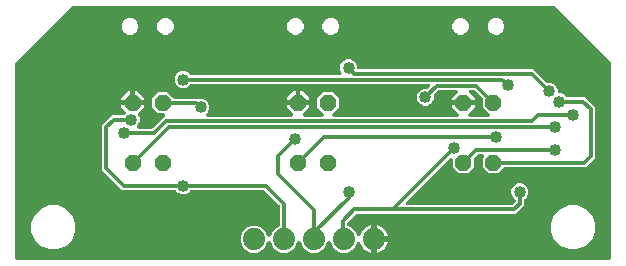
<source format=gbr>
G04 EAGLE Gerber RS-274X export*
G75*
%MOMM*%
%FSLAX34Y34*%
%LPD*%
%INBottom Copper*%
%IPPOS*%
%AMOC8*
5,1,8,0,0,1.08239X$1,22.5*%
G01*
%ADD10C,1.879600*%
%ADD11P,1.525737X8X202.500000*%
%ADD12C,1.016000*%
%ADD13C,0.304800*%

G36*
X505962Y2544D02*
X505962Y2544D01*
X505988Y2542D01*
X506135Y2564D01*
X506282Y2581D01*
X506307Y2589D01*
X506333Y2593D01*
X506471Y2648D01*
X506610Y2698D01*
X506632Y2712D01*
X506657Y2722D01*
X506778Y2807D01*
X506903Y2887D01*
X506921Y2906D01*
X506943Y2921D01*
X507042Y3031D01*
X507145Y3138D01*
X507159Y3160D01*
X507176Y3180D01*
X507248Y3310D01*
X507324Y3437D01*
X507332Y3462D01*
X507345Y3485D01*
X507385Y3628D01*
X507430Y3769D01*
X507432Y3795D01*
X507440Y3820D01*
X507459Y4064D01*
X507459Y168317D01*
X507445Y168442D01*
X507438Y168568D01*
X507425Y168615D01*
X507419Y168663D01*
X507377Y168782D01*
X507342Y168903D01*
X507318Y168945D01*
X507302Y168991D01*
X507233Y169097D01*
X507172Y169207D01*
X507132Y169254D01*
X507113Y169284D01*
X507078Y169317D01*
X507013Y169394D01*
X459394Y217013D01*
X459295Y217092D01*
X459201Y217176D01*
X459159Y217200D01*
X459121Y217230D01*
X459007Y217284D01*
X458896Y217345D01*
X458849Y217358D01*
X458806Y217379D01*
X458682Y217405D01*
X458560Y217440D01*
X458500Y217445D01*
X458465Y217452D01*
X458417Y217451D01*
X458317Y217459D01*
X51683Y217459D01*
X51558Y217445D01*
X51432Y217438D01*
X51385Y217425D01*
X51337Y217419D01*
X51218Y217377D01*
X51097Y217342D01*
X51055Y217318D01*
X51009Y217302D01*
X50903Y217233D01*
X50793Y217172D01*
X50746Y217132D01*
X50716Y217113D01*
X50683Y217078D01*
X50606Y217013D01*
X2987Y169394D01*
X2908Y169295D01*
X2824Y169201D01*
X2800Y169159D01*
X2770Y169121D01*
X2716Y169007D01*
X2655Y168896D01*
X2642Y168849D01*
X2621Y168806D01*
X2595Y168682D01*
X2560Y168560D01*
X2555Y168500D01*
X2548Y168465D01*
X2549Y168417D01*
X2541Y168317D01*
X2541Y4064D01*
X2544Y4038D01*
X2542Y4012D01*
X2564Y3865D01*
X2581Y3718D01*
X2589Y3693D01*
X2593Y3667D01*
X2648Y3529D01*
X2698Y3390D01*
X2712Y3368D01*
X2722Y3343D01*
X2807Y3222D01*
X2887Y3097D01*
X2906Y3079D01*
X2921Y3057D01*
X3031Y2958D01*
X3138Y2855D01*
X3160Y2841D01*
X3180Y2824D01*
X3310Y2752D01*
X3437Y2676D01*
X3462Y2668D01*
X3485Y2655D01*
X3628Y2615D01*
X3769Y2570D01*
X3795Y2568D01*
X3820Y2560D01*
X4064Y2541D01*
X505936Y2541D01*
X505962Y2544D01*
G37*
%LPC*%
G36*
X303804Y8355D02*
X303804Y8355D01*
X302017Y8936D01*
X300343Y9789D01*
X298822Y10894D01*
X297494Y12222D01*
X296389Y13743D01*
X295536Y15417D01*
X295114Y16715D01*
X295048Y16859D01*
X294984Y17007D01*
X294975Y17019D01*
X294969Y17032D01*
X294872Y17157D01*
X294776Y17287D01*
X294765Y17296D01*
X294756Y17308D01*
X294633Y17408D01*
X294510Y17512D01*
X294497Y17518D01*
X294486Y17528D01*
X294343Y17597D01*
X294200Y17671D01*
X294186Y17674D01*
X294173Y17681D01*
X294017Y17716D01*
X293862Y17755D01*
X293847Y17755D01*
X293833Y17758D01*
X293673Y17758D01*
X293513Y17760D01*
X293499Y17757D01*
X293485Y17757D01*
X293330Y17720D01*
X293173Y17686D01*
X293160Y17679D01*
X293146Y17676D01*
X293002Y17604D01*
X292858Y17536D01*
X292847Y17527D01*
X292834Y17520D01*
X292710Y17418D01*
X292586Y17318D01*
X292577Y17307D01*
X292565Y17298D01*
X292468Y17170D01*
X292370Y17045D01*
X292362Y17029D01*
X292355Y17020D01*
X292339Y16985D01*
X292258Y16827D01*
X290890Y13525D01*
X287675Y10310D01*
X283474Y8569D01*
X278926Y8569D01*
X274725Y10310D01*
X271510Y13525D01*
X269907Y17393D01*
X269859Y17481D01*
X269818Y17573D01*
X269774Y17633D01*
X269738Y17698D01*
X269671Y17772D01*
X269611Y17853D01*
X269554Y17901D01*
X269504Y17956D01*
X269421Y18013D01*
X269345Y18078D01*
X269278Y18112D01*
X269217Y18154D01*
X269124Y18191D01*
X269034Y18237D01*
X268962Y18255D01*
X268893Y18282D01*
X268794Y18296D01*
X268696Y18321D01*
X268622Y18322D01*
X268548Y18333D01*
X268448Y18324D01*
X268348Y18326D01*
X268275Y18310D01*
X268201Y18304D01*
X268105Y18273D01*
X268007Y18251D01*
X267940Y18220D01*
X267869Y18197D01*
X267783Y18145D01*
X267692Y18102D01*
X267634Y18055D01*
X267571Y18017D01*
X267499Y17947D01*
X267420Y17884D01*
X267374Y17826D01*
X267321Y17774D01*
X267266Y17690D01*
X267204Y17611D01*
X267158Y17521D01*
X267132Y17481D01*
X267120Y17447D01*
X267093Y17393D01*
X265490Y13525D01*
X262275Y10310D01*
X258074Y8569D01*
X253526Y8569D01*
X249325Y10310D01*
X246110Y13525D01*
X244507Y17393D01*
X244459Y17481D01*
X244418Y17573D01*
X244374Y17633D01*
X244338Y17698D01*
X244271Y17772D01*
X244211Y17853D01*
X244154Y17901D01*
X244104Y17956D01*
X244021Y18013D01*
X243945Y18078D01*
X243878Y18112D01*
X243817Y18154D01*
X243724Y18191D01*
X243634Y18237D01*
X243562Y18255D01*
X243493Y18282D01*
X243394Y18296D01*
X243296Y18321D01*
X243222Y18322D01*
X243148Y18333D01*
X243048Y18324D01*
X242948Y18326D01*
X242875Y18310D01*
X242801Y18304D01*
X242705Y18273D01*
X242607Y18251D01*
X242540Y18220D01*
X242469Y18197D01*
X242383Y18145D01*
X242292Y18102D01*
X242234Y18055D01*
X242171Y18017D01*
X242099Y17947D01*
X242020Y17884D01*
X241974Y17826D01*
X241921Y17774D01*
X241866Y17690D01*
X241804Y17611D01*
X241758Y17521D01*
X241732Y17481D01*
X241720Y17447D01*
X241693Y17393D01*
X240090Y13525D01*
X236875Y10310D01*
X232674Y8569D01*
X228126Y8569D01*
X223925Y10310D01*
X220710Y13525D01*
X219107Y17393D01*
X219059Y17481D01*
X219018Y17573D01*
X218974Y17633D01*
X218938Y17698D01*
X218871Y17772D01*
X218811Y17853D01*
X218754Y17901D01*
X218704Y17956D01*
X218621Y18013D01*
X218545Y18078D01*
X218478Y18112D01*
X218417Y18154D01*
X218324Y18191D01*
X218234Y18237D01*
X218162Y18255D01*
X218093Y18282D01*
X217994Y18296D01*
X217896Y18321D01*
X217822Y18322D01*
X217748Y18333D01*
X217648Y18324D01*
X217548Y18326D01*
X217475Y18310D01*
X217401Y18304D01*
X217305Y18273D01*
X217207Y18251D01*
X217140Y18220D01*
X217069Y18197D01*
X216983Y18145D01*
X216892Y18102D01*
X216834Y18055D01*
X216771Y18017D01*
X216699Y17947D01*
X216620Y17884D01*
X216574Y17826D01*
X216521Y17774D01*
X216466Y17690D01*
X216404Y17611D01*
X216358Y17521D01*
X216332Y17481D01*
X216320Y17447D01*
X216293Y17393D01*
X214690Y13525D01*
X211475Y10310D01*
X207274Y8569D01*
X202726Y8569D01*
X198525Y10310D01*
X195310Y13525D01*
X193569Y17726D01*
X193569Y22274D01*
X195310Y26475D01*
X198525Y29690D01*
X202726Y31431D01*
X207274Y31431D01*
X211475Y29690D01*
X214690Y26475D01*
X216293Y22607D01*
X216341Y22519D01*
X216381Y22427D01*
X216426Y22367D01*
X216462Y22302D01*
X216530Y22228D01*
X216589Y22147D01*
X216646Y22099D01*
X216696Y22044D01*
X216779Y21987D01*
X216855Y21922D01*
X216922Y21888D01*
X216983Y21846D01*
X217076Y21809D01*
X217166Y21763D01*
X217238Y21745D01*
X217307Y21718D01*
X217406Y21704D01*
X217504Y21679D01*
X217578Y21678D01*
X217652Y21667D01*
X217752Y21676D01*
X217852Y21674D01*
X217925Y21690D01*
X217999Y21696D01*
X218095Y21727D01*
X218193Y21749D01*
X218260Y21780D01*
X218331Y21803D01*
X218417Y21855D01*
X218508Y21898D01*
X218566Y21945D01*
X218629Y21983D01*
X218702Y22053D01*
X218780Y22116D01*
X218826Y22174D01*
X218879Y22226D01*
X218934Y22310D01*
X218996Y22389D01*
X219042Y22479D01*
X219068Y22519D01*
X219080Y22553D01*
X219107Y22607D01*
X220710Y26475D01*
X223925Y29690D01*
X225903Y30510D01*
X225970Y30547D01*
X226041Y30575D01*
X226122Y30631D01*
X226208Y30679D01*
X226264Y30730D01*
X226327Y30774D01*
X226393Y30847D01*
X226466Y30913D01*
X226509Y30976D01*
X226560Y31033D01*
X226608Y31119D01*
X226664Y31200D01*
X226692Y31271D01*
X226729Y31338D01*
X226756Y31433D01*
X226792Y31524D01*
X226803Y31600D01*
X226824Y31673D01*
X226836Y31822D01*
X226843Y31869D01*
X226841Y31888D01*
X226843Y31917D01*
X226843Y47496D01*
X226829Y47621D01*
X226822Y47748D01*
X226809Y47794D01*
X226803Y47842D01*
X226761Y47961D01*
X226726Y48082D01*
X226702Y48125D01*
X226686Y48170D01*
X226617Y48276D01*
X226556Y48387D01*
X226516Y48433D01*
X226497Y48463D01*
X226462Y48496D01*
X226397Y48573D01*
X213973Y60997D01*
X213874Y61076D01*
X213780Y61160D01*
X213738Y61184D01*
X213700Y61214D01*
X213586Y61268D01*
X213475Y61329D01*
X213428Y61342D01*
X213385Y61363D01*
X213261Y61389D01*
X213140Y61424D01*
X213079Y61429D01*
X213044Y61436D01*
X212996Y61435D01*
X212896Y61443D01*
X152133Y61443D01*
X152008Y61429D01*
X151881Y61422D01*
X151835Y61409D01*
X151787Y61403D01*
X151668Y61361D01*
X151546Y61326D01*
X151504Y61302D01*
X151459Y61286D01*
X151353Y61217D01*
X151242Y61156D01*
X151196Y61116D01*
X151166Y61097D01*
X151132Y61062D01*
X151056Y60997D01*
X149029Y58970D01*
X146415Y57887D01*
X143585Y57887D01*
X140971Y58970D01*
X138944Y60997D01*
X138845Y61076D01*
X138751Y61160D01*
X138709Y61184D01*
X138671Y61214D01*
X138557Y61268D01*
X138446Y61329D01*
X138400Y61342D01*
X138356Y61363D01*
X138232Y61389D01*
X138111Y61424D01*
X138050Y61429D01*
X138015Y61436D01*
X137967Y61435D01*
X137867Y61443D01*
X93527Y61443D01*
X90997Y63973D01*
X76443Y78527D01*
X76443Y116473D01*
X84648Y124678D01*
X93988Y124678D01*
X94113Y124692D01*
X94240Y124699D01*
X94286Y124712D01*
X94334Y124718D01*
X94453Y124760D01*
X94575Y124795D01*
X94617Y124819D01*
X94662Y124835D01*
X94768Y124904D01*
X94879Y124965D01*
X94925Y125005D01*
X94955Y125024D01*
X94988Y125059D01*
X95065Y125124D01*
X95963Y126022D01*
X95980Y126043D01*
X95999Y126060D01*
X96087Y126179D01*
X96180Y126295D01*
X96191Y126319D01*
X96207Y126340D01*
X96265Y126476D01*
X96329Y126610D01*
X96334Y126636D01*
X96345Y126660D01*
X96371Y126806D01*
X96402Y126951D01*
X96402Y126977D01*
X96406Y127003D01*
X96399Y127151D01*
X96396Y127299D01*
X96390Y127325D01*
X96388Y127351D01*
X96347Y127494D01*
X96311Y127637D01*
X96299Y127661D01*
X96292Y127686D01*
X96219Y127815D01*
X96152Y127947D01*
X96134Y127967D01*
X96122Y127990D01*
X95963Y128176D01*
X92711Y131428D01*
X92711Y133401D01*
X101824Y133401D01*
X101850Y133404D01*
X101876Y133402D01*
X102023Y133424D01*
X102170Y133441D01*
X102195Y133449D01*
X102221Y133453D01*
X102302Y133486D01*
X102340Y133475D01*
X102481Y133430D01*
X102507Y133427D01*
X102532Y133420D01*
X102776Y133401D01*
X111889Y133401D01*
X111889Y131428D01*
X107419Y126959D01*
X107372Y126899D01*
X107317Y126846D01*
X107264Y126763D01*
X107203Y126686D01*
X107170Y126617D01*
X107129Y126553D01*
X107096Y126460D01*
X107054Y126371D01*
X107038Y126296D01*
X107012Y126224D01*
X107001Y126126D01*
X106981Y126030D01*
X106982Y125954D01*
X106973Y125878D01*
X106985Y125780D01*
X106987Y125682D01*
X107005Y125608D01*
X107014Y125532D01*
X107060Y125390D01*
X107072Y125344D01*
X107080Y125327D01*
X107089Y125299D01*
X108234Y122536D01*
X108234Y119706D01*
X107151Y117092D01*
X106216Y116157D01*
X106154Y116078D01*
X106084Y116006D01*
X106046Y115942D01*
X105999Y115884D01*
X105956Y115793D01*
X105905Y115707D01*
X105882Y115636D01*
X105850Y115569D01*
X105829Y115471D01*
X105799Y115375D01*
X105793Y115301D01*
X105777Y115228D01*
X105779Y115128D01*
X105771Y115028D01*
X105782Y114954D01*
X105783Y114880D01*
X105808Y114783D01*
X105822Y114683D01*
X105850Y114614D01*
X105868Y114542D01*
X105914Y114453D01*
X105951Y114359D01*
X105994Y114298D01*
X106028Y114232D01*
X106093Y114156D01*
X106150Y114073D01*
X106205Y114023D01*
X106254Y113967D01*
X106334Y113907D01*
X106409Y113840D01*
X106474Y113804D01*
X106534Y113759D01*
X106626Y113720D01*
X106714Y113671D01*
X106786Y113651D01*
X106854Y113621D01*
X106953Y113604D01*
X107049Y113576D01*
X107149Y113568D01*
X107197Y113560D01*
X107233Y113562D01*
X107293Y113557D01*
X118412Y113557D01*
X118537Y113571D01*
X118663Y113578D01*
X118710Y113591D01*
X118758Y113597D01*
X118877Y113639D01*
X118998Y113674D01*
X119040Y113698D01*
X119086Y113714D01*
X119192Y113783D01*
X119302Y113844D01*
X119349Y113884D01*
X119379Y113903D01*
X119412Y113938D01*
X119489Y114003D01*
X126593Y121107D01*
X129205Y123719D01*
X129267Y123797D01*
X129337Y123870D01*
X129375Y123934D01*
X129421Y123992D01*
X129464Y124083D01*
X129516Y124169D01*
X129538Y124240D01*
X129570Y124307D01*
X129591Y124405D01*
X129622Y124501D01*
X129628Y124575D01*
X129644Y124648D01*
X129642Y124748D01*
X129650Y124848D01*
X129639Y124922D01*
X129638Y124996D01*
X129613Y125093D01*
X129598Y125193D01*
X129571Y125262D01*
X129553Y125334D01*
X129507Y125423D01*
X129470Y125517D01*
X129427Y125578D01*
X129393Y125644D01*
X129328Y125720D01*
X129271Y125803D01*
X129215Y125853D01*
X129167Y125909D01*
X129086Y125969D01*
X129012Y126036D01*
X128947Y126072D01*
X128887Y126117D01*
X128795Y126156D01*
X128707Y126205D01*
X128635Y126225D01*
X128567Y126255D01*
X128468Y126272D01*
X128371Y126300D01*
X128271Y126308D01*
X128224Y126316D01*
X128188Y126314D01*
X128128Y126319D01*
X123939Y126319D01*
X118619Y131639D01*
X118619Y139161D01*
X123939Y144481D01*
X131461Y144481D01*
X136539Y139403D01*
X136638Y139324D01*
X136732Y139240D01*
X136774Y139216D01*
X136812Y139186D01*
X136926Y139132D01*
X137037Y139071D01*
X137084Y139058D01*
X137127Y139037D01*
X137251Y139011D01*
X137373Y138976D01*
X137433Y138971D01*
X137468Y138964D01*
X137516Y138965D01*
X137616Y138957D01*
X157437Y138957D01*
X157471Y138923D01*
X157570Y138844D01*
X157664Y138760D01*
X157706Y138736D01*
X157744Y138706D01*
X157858Y138652D01*
X157969Y138591D01*
X158016Y138578D01*
X158059Y138557D01*
X158183Y138531D01*
X158304Y138496D01*
X158365Y138491D01*
X158400Y138484D01*
X158448Y138485D01*
X158548Y138477D01*
X161415Y138477D01*
X164029Y137394D01*
X166030Y135393D01*
X167113Y132779D01*
X167113Y129949D01*
X166030Y127335D01*
X164932Y126237D01*
X164870Y126158D01*
X164800Y126086D01*
X164762Y126022D01*
X164715Y125964D01*
X164672Y125873D01*
X164621Y125787D01*
X164598Y125716D01*
X164566Y125649D01*
X164545Y125551D01*
X164515Y125455D01*
X164509Y125381D01*
X164493Y125308D01*
X164495Y125208D01*
X164487Y125108D01*
X164498Y125034D01*
X164499Y124960D01*
X164524Y124863D01*
X164538Y124763D01*
X164566Y124694D01*
X164584Y124622D01*
X164630Y124533D01*
X164667Y124439D01*
X164710Y124378D01*
X164744Y124312D01*
X164809Y124236D01*
X164866Y124153D01*
X164921Y124103D01*
X164970Y124047D01*
X165050Y123987D01*
X165125Y123920D01*
X165190Y123884D01*
X165250Y123839D01*
X165342Y123800D01*
X165430Y123751D01*
X165502Y123731D01*
X165570Y123701D01*
X165669Y123684D01*
X165765Y123656D01*
X165865Y123648D01*
X165913Y123640D01*
X165949Y123642D01*
X166009Y123637D01*
X236825Y123637D01*
X236925Y123648D01*
X237025Y123650D01*
X237098Y123668D01*
X237172Y123677D01*
X237266Y123710D01*
X237363Y123735D01*
X237430Y123769D01*
X237500Y123794D01*
X237584Y123849D01*
X237673Y123895D01*
X237730Y123943D01*
X237792Y123983D01*
X237862Y124055D01*
X237939Y124120D01*
X237983Y124180D01*
X238035Y124234D01*
X238086Y124320D01*
X238146Y124401D01*
X238175Y124469D01*
X238213Y124533D01*
X238244Y124629D01*
X238284Y124721D01*
X238297Y124794D01*
X238320Y124865D01*
X238328Y124965D01*
X238346Y125064D01*
X238342Y125138D01*
X238348Y125212D01*
X238333Y125312D01*
X238328Y125412D01*
X238307Y125483D01*
X238296Y125557D01*
X238259Y125650D01*
X238231Y125747D01*
X238195Y125812D01*
X238167Y125881D01*
X238110Y125963D01*
X238061Y126051D01*
X237996Y126127D01*
X237968Y126167D01*
X237942Y126191D01*
X237902Y126237D01*
X232711Y131428D01*
X232711Y133401D01*
X241824Y133401D01*
X241850Y133404D01*
X241876Y133402D01*
X242023Y133424D01*
X242170Y133441D01*
X242195Y133449D01*
X242221Y133453D01*
X242302Y133486D01*
X242340Y133475D01*
X242481Y133430D01*
X242507Y133427D01*
X242532Y133420D01*
X242776Y133401D01*
X251889Y133401D01*
X251889Y131428D01*
X246698Y126237D01*
X246635Y126159D01*
X246565Y126086D01*
X246527Y126022D01*
X246481Y125964D01*
X246438Y125873D01*
X246387Y125787D01*
X246364Y125716D01*
X246332Y125649D01*
X246311Y125551D01*
X246280Y125455D01*
X246274Y125381D01*
X246259Y125308D01*
X246260Y125208D01*
X246252Y125108D01*
X246263Y125034D01*
X246265Y124960D01*
X246289Y124863D01*
X246304Y124763D01*
X246331Y124694D01*
X246350Y124622D01*
X246396Y124532D01*
X246433Y124439D01*
X246475Y124378D01*
X246509Y124312D01*
X246574Y124235D01*
X246632Y124153D01*
X246687Y124103D01*
X246735Y124047D01*
X246816Y123987D01*
X246890Y123920D01*
X246956Y123884D01*
X247015Y123839D01*
X247108Y123800D01*
X247195Y123751D01*
X247267Y123731D01*
X247335Y123701D01*
X247434Y123684D01*
X247531Y123656D01*
X247631Y123648D01*
X247678Y123640D01*
X247714Y123642D01*
X247775Y123637D01*
X262944Y123637D01*
X263044Y123648D01*
X263144Y123650D01*
X263216Y123668D01*
X263290Y123677D01*
X263384Y123710D01*
X263482Y123735D01*
X263548Y123769D01*
X263618Y123794D01*
X263702Y123849D01*
X263792Y123895D01*
X263848Y123943D01*
X263911Y123983D01*
X263981Y124055D01*
X264057Y124120D01*
X264101Y124180D01*
X264153Y124234D01*
X264205Y124320D01*
X264264Y124401D01*
X264294Y124469D01*
X264332Y124533D01*
X264363Y124629D01*
X264402Y124721D01*
X264415Y124794D01*
X264438Y124865D01*
X264446Y124965D01*
X264464Y125064D01*
X264460Y125138D01*
X264466Y125212D01*
X264451Y125312D01*
X264446Y125412D01*
X264425Y125483D01*
X264414Y125557D01*
X264377Y125650D01*
X264350Y125747D01*
X264313Y125812D01*
X264286Y125881D01*
X264228Y125963D01*
X264179Y126051D01*
X264114Y126127D01*
X264087Y126167D01*
X264060Y126191D01*
X264021Y126237D01*
X258619Y131639D01*
X258619Y139161D01*
X263939Y144481D01*
X271461Y144481D01*
X276781Y139161D01*
X276781Y131639D01*
X271379Y126237D01*
X271317Y126159D01*
X271247Y126086D01*
X271209Y126022D01*
X271163Y125964D01*
X271120Y125873D01*
X271068Y125787D01*
X271045Y125716D01*
X271014Y125649D01*
X270992Y125551D01*
X270962Y125455D01*
X270956Y125381D01*
X270940Y125308D01*
X270942Y125208D01*
X270934Y125108D01*
X270945Y125034D01*
X270946Y124960D01*
X270971Y124863D01*
X270986Y124763D01*
X271013Y124694D01*
X271031Y124622D01*
X271077Y124532D01*
X271114Y124439D01*
X271157Y124378D01*
X271191Y124312D01*
X271256Y124235D01*
X271313Y124153D01*
X271368Y124103D01*
X271417Y124047D01*
X271497Y123987D01*
X271572Y123920D01*
X271637Y123884D01*
X271697Y123839D01*
X271789Y123800D01*
X271877Y123751D01*
X271949Y123731D01*
X272017Y123701D01*
X272116Y123684D01*
X272212Y123656D01*
X272312Y123648D01*
X272360Y123640D01*
X272396Y123642D01*
X272456Y123637D01*
X376825Y123637D01*
X376925Y123648D01*
X377025Y123650D01*
X377098Y123668D01*
X377172Y123677D01*
X377266Y123710D01*
X377363Y123735D01*
X377430Y123769D01*
X377500Y123794D01*
X377584Y123849D01*
X377673Y123895D01*
X377730Y123943D01*
X377792Y123983D01*
X377862Y124055D01*
X377939Y124120D01*
X377983Y124180D01*
X378035Y124234D01*
X378086Y124320D01*
X378146Y124401D01*
X378175Y124469D01*
X378213Y124533D01*
X378244Y124629D01*
X378284Y124721D01*
X378297Y124794D01*
X378320Y124865D01*
X378328Y124965D01*
X378346Y125064D01*
X378342Y125138D01*
X378348Y125212D01*
X378333Y125312D01*
X378328Y125412D01*
X378307Y125483D01*
X378296Y125557D01*
X378259Y125650D01*
X378231Y125747D01*
X378195Y125812D01*
X378167Y125881D01*
X378110Y125963D01*
X378061Y126051D01*
X377996Y126127D01*
X377968Y126167D01*
X377942Y126191D01*
X377902Y126237D01*
X372711Y131428D01*
X372711Y133401D01*
X381824Y133401D01*
X381850Y133404D01*
X381876Y133402D01*
X382023Y133424D01*
X382170Y133441D01*
X382195Y133449D01*
X382221Y133453D01*
X382302Y133486D01*
X382340Y133475D01*
X382481Y133430D01*
X382507Y133427D01*
X382532Y133420D01*
X382776Y133401D01*
X391889Y133401D01*
X391889Y131428D01*
X386698Y126237D01*
X386635Y126159D01*
X386565Y126086D01*
X386527Y126022D01*
X386481Y125964D01*
X386438Y125873D01*
X386387Y125787D01*
X386364Y125716D01*
X386332Y125649D01*
X386311Y125551D01*
X386280Y125455D01*
X386274Y125381D01*
X386259Y125308D01*
X386260Y125208D01*
X386252Y125108D01*
X386263Y125034D01*
X386265Y124960D01*
X386289Y124863D01*
X386304Y124763D01*
X386331Y124694D01*
X386350Y124622D01*
X386396Y124532D01*
X386433Y124439D01*
X386475Y124378D01*
X386509Y124312D01*
X386574Y124235D01*
X386632Y124153D01*
X386687Y124103D01*
X386735Y124047D01*
X386816Y123987D01*
X386890Y123920D01*
X386956Y123884D01*
X387015Y123839D01*
X387108Y123800D01*
X387195Y123751D01*
X387267Y123731D01*
X387335Y123701D01*
X387434Y123684D01*
X387531Y123656D01*
X387631Y123648D01*
X387678Y123640D01*
X387714Y123642D01*
X387775Y123637D01*
X402944Y123637D01*
X403044Y123648D01*
X403144Y123650D01*
X403216Y123668D01*
X403290Y123677D01*
X403384Y123710D01*
X403482Y123735D01*
X403548Y123769D01*
X403618Y123794D01*
X403702Y123849D01*
X403792Y123895D01*
X403848Y123943D01*
X403911Y123983D01*
X403981Y124055D01*
X404057Y124120D01*
X404101Y124180D01*
X404153Y124234D01*
X404205Y124320D01*
X404264Y124401D01*
X404294Y124469D01*
X404332Y124533D01*
X404363Y124629D01*
X404402Y124721D01*
X404415Y124794D01*
X404438Y124865D01*
X404446Y124965D01*
X404464Y125064D01*
X404460Y125138D01*
X404466Y125212D01*
X404451Y125312D01*
X404446Y125412D01*
X404425Y125483D01*
X404414Y125557D01*
X404377Y125650D01*
X404350Y125747D01*
X404313Y125812D01*
X404286Y125881D01*
X404228Y125963D01*
X404179Y126051D01*
X404114Y126127D01*
X404087Y126167D01*
X404060Y126191D01*
X404021Y126237D01*
X398619Y131639D01*
X398619Y138820D01*
X398605Y138945D01*
X398598Y139072D01*
X398585Y139118D01*
X398579Y139166D01*
X398537Y139285D01*
X398502Y139406D01*
X398478Y139449D01*
X398462Y139494D01*
X398393Y139600D01*
X398332Y139711D01*
X398292Y139757D01*
X398273Y139787D01*
X398238Y139820D01*
X398173Y139897D01*
X392153Y145917D01*
X392054Y145996D01*
X391960Y146080D01*
X391918Y146104D01*
X391880Y146134D01*
X391766Y146188D01*
X391655Y146249D01*
X391608Y146262D01*
X391565Y146283D01*
X391441Y146309D01*
X391320Y146344D01*
X391259Y146349D01*
X391224Y146356D01*
X391176Y146355D01*
X391076Y146363D01*
X388575Y146363D01*
X388475Y146352D01*
X388375Y146350D01*
X388302Y146332D01*
X388228Y146323D01*
X388134Y146290D01*
X388037Y146265D01*
X387970Y146231D01*
X387900Y146206D01*
X387816Y146151D01*
X387727Y146105D01*
X387670Y146057D01*
X387608Y146017D01*
X387538Y145945D01*
X387461Y145880D01*
X387417Y145820D01*
X387365Y145766D01*
X387314Y145680D01*
X387254Y145599D01*
X387225Y145531D01*
X387187Y145467D01*
X387156Y145371D01*
X387116Y145279D01*
X387103Y145206D01*
X387080Y145135D01*
X387072Y145035D01*
X387054Y144936D01*
X387058Y144862D01*
X387052Y144788D01*
X387067Y144688D01*
X387072Y144588D01*
X387093Y144517D01*
X387104Y144443D01*
X387141Y144350D01*
X387169Y144253D01*
X387205Y144188D01*
X387233Y144119D01*
X387290Y144037D01*
X387339Y143949D01*
X387404Y143873D01*
X387432Y143833D01*
X387458Y143809D01*
X387498Y143763D01*
X391889Y139372D01*
X391889Y137399D01*
X382776Y137399D01*
X382750Y137396D01*
X382724Y137398D01*
X382577Y137376D01*
X382430Y137359D01*
X382405Y137351D01*
X382379Y137347D01*
X382298Y137314D01*
X382260Y137325D01*
X382119Y137370D01*
X382093Y137372D01*
X382068Y137380D01*
X381824Y137399D01*
X372711Y137399D01*
X372711Y139372D01*
X377102Y143763D01*
X377165Y143841D01*
X377235Y143914D01*
X377273Y143978D01*
X377319Y144036D01*
X377362Y144127D01*
X377413Y144213D01*
X377436Y144284D01*
X377468Y144351D01*
X377489Y144449D01*
X377520Y144545D01*
X377526Y144619D01*
X377541Y144692D01*
X377540Y144792D01*
X377548Y144892D01*
X377537Y144966D01*
X377535Y145040D01*
X377511Y145137D01*
X377496Y145237D01*
X377469Y145306D01*
X377450Y145378D01*
X377404Y145468D01*
X377367Y145561D01*
X377325Y145622D01*
X377291Y145688D01*
X377226Y145765D01*
X377168Y145847D01*
X377113Y145897D01*
X377065Y145953D01*
X376984Y146013D01*
X376910Y146080D01*
X376844Y146116D01*
X376785Y146161D01*
X376692Y146200D01*
X376605Y146249D01*
X376533Y146269D01*
X376465Y146299D01*
X376366Y146316D01*
X376269Y146344D01*
X376169Y146352D01*
X376122Y146360D01*
X376086Y146358D01*
X376025Y146363D01*
X362024Y146363D01*
X361899Y146349D01*
X361772Y146342D01*
X361726Y146329D01*
X361678Y146323D01*
X361559Y146281D01*
X361438Y146246D01*
X361395Y146222D01*
X361350Y146206D01*
X361244Y146137D01*
X361133Y146076D01*
X361087Y146036D01*
X361057Y146017D01*
X361024Y145982D01*
X360947Y145917D01*
X357559Y142529D01*
X357480Y142430D01*
X357396Y142336D01*
X357372Y142294D01*
X357342Y142256D01*
X357288Y142142D01*
X357227Y142031D01*
X357214Y141984D01*
X357193Y141941D01*
X357167Y141817D01*
X357132Y141696D01*
X357127Y141635D01*
X357120Y141600D01*
X357121Y141552D01*
X357113Y141452D01*
X357113Y138585D01*
X356030Y135971D01*
X354029Y133970D01*
X351415Y132887D01*
X348585Y132887D01*
X345971Y133970D01*
X343970Y135971D01*
X342887Y138585D01*
X342887Y141415D01*
X343970Y144029D01*
X345971Y146030D01*
X348585Y147113D01*
X351452Y147113D01*
X351577Y147127D01*
X351704Y147134D01*
X351750Y147147D01*
X351798Y147153D01*
X351917Y147195D01*
X352038Y147230D01*
X352081Y147254D01*
X352126Y147270D01*
X352232Y147339D01*
X352343Y147400D01*
X352389Y147440D01*
X352419Y147459D01*
X352452Y147494D01*
X352529Y147559D01*
X353813Y148843D01*
X353875Y148922D01*
X353945Y148994D01*
X353983Y149058D01*
X354030Y149116D01*
X354072Y149207D01*
X354124Y149293D01*
X354147Y149364D01*
X354178Y149431D01*
X354200Y149529D01*
X354230Y149625D01*
X354236Y149699D01*
X354252Y149772D01*
X354250Y149872D01*
X354258Y149972D01*
X354247Y150046D01*
X354246Y150120D01*
X354221Y150217D01*
X354207Y150317D01*
X354179Y150386D01*
X354161Y150458D01*
X354115Y150547D01*
X354078Y150641D01*
X354035Y150702D01*
X354001Y150768D01*
X353936Y150844D01*
X353879Y150927D01*
X353824Y150977D01*
X353775Y151033D01*
X353695Y151093D01*
X353620Y151160D01*
X353555Y151196D01*
X353495Y151241D01*
X353403Y151280D01*
X353315Y151329D01*
X353243Y151349D01*
X353175Y151379D01*
X353076Y151396D01*
X352980Y151424D01*
X352880Y151432D01*
X352832Y151440D01*
X352796Y151438D01*
X352736Y151443D01*
X152133Y151443D01*
X152008Y151429D01*
X151881Y151422D01*
X151835Y151409D01*
X151787Y151403D01*
X151668Y151361D01*
X151546Y151326D01*
X151504Y151302D01*
X151459Y151286D01*
X151353Y151217D01*
X151242Y151156D01*
X151196Y151116D01*
X151166Y151097D01*
X151132Y151062D01*
X151056Y150997D01*
X149029Y148970D01*
X146415Y147887D01*
X143585Y147887D01*
X140971Y148970D01*
X138970Y150971D01*
X137887Y153585D01*
X137887Y156415D01*
X138970Y159029D01*
X140971Y161030D01*
X143585Y162113D01*
X146415Y162113D01*
X149029Y161030D01*
X151056Y159003D01*
X151155Y158924D01*
X151249Y158840D01*
X151291Y158816D01*
X151329Y158786D01*
X151443Y158732D01*
X151554Y158671D01*
X151600Y158658D01*
X151644Y158637D01*
X151768Y158611D01*
X151889Y158576D01*
X151950Y158571D01*
X151985Y158564D01*
X152033Y158565D01*
X152133Y158557D01*
X277707Y158557D01*
X277807Y158568D01*
X277908Y158570D01*
X277980Y158588D01*
X278053Y158597D01*
X278148Y158631D01*
X278246Y158655D01*
X278312Y158689D01*
X278381Y158714D01*
X278466Y158769D01*
X278556Y158815D01*
X278612Y158863D01*
X278674Y158903D01*
X278744Y158976D01*
X278821Y159041D01*
X278865Y159101D01*
X278916Y159154D01*
X278968Y159240D01*
X279028Y159321D01*
X279057Y159389D01*
X279095Y159453D01*
X279126Y159549D01*
X279166Y159642D01*
X279179Y159714D01*
X279201Y159785D01*
X279209Y159885D01*
X279227Y159985D01*
X279223Y160058D01*
X279229Y160132D01*
X279214Y160232D01*
X279209Y160333D01*
X279189Y160404D01*
X279178Y160477D01*
X279140Y160571D01*
X279112Y160667D01*
X279076Y160732D01*
X279049Y160801D01*
X279029Y160830D01*
X277887Y163585D01*
X277887Y166415D01*
X278970Y169029D01*
X280971Y171030D01*
X283585Y172113D01*
X286415Y172113D01*
X289029Y171030D01*
X291030Y169029D01*
X292113Y166415D01*
X292113Y165160D01*
X292116Y165134D01*
X292114Y165108D01*
X292136Y164961D01*
X292153Y164814D01*
X292161Y164789D01*
X292165Y164763D01*
X292220Y164625D01*
X292270Y164486D01*
X292284Y164464D01*
X292294Y164439D01*
X292379Y164318D01*
X292459Y164193D01*
X292478Y164175D01*
X292493Y164153D01*
X292603Y164054D01*
X292710Y163951D01*
X292732Y163937D01*
X292752Y163920D01*
X292882Y163848D01*
X293009Y163772D01*
X293034Y163764D01*
X293057Y163751D01*
X293200Y163711D01*
X293341Y163666D01*
X293367Y163664D01*
X293392Y163656D01*
X293636Y163637D01*
X441393Y163637D01*
X452471Y152559D01*
X452570Y152480D01*
X452664Y152396D01*
X452706Y152372D01*
X452744Y152342D01*
X452858Y152288D01*
X452969Y152227D01*
X453016Y152214D01*
X453059Y152193D01*
X453183Y152167D01*
X453304Y152132D01*
X453365Y152127D01*
X453400Y152120D01*
X453448Y152121D01*
X453548Y152113D01*
X456415Y152113D01*
X459029Y151030D01*
X461030Y149029D01*
X462113Y146415D01*
X462113Y145015D01*
X462116Y144989D01*
X462114Y144963D01*
X462136Y144816D01*
X462153Y144669D01*
X462161Y144644D01*
X462165Y144618D01*
X462220Y144480D01*
X462270Y144341D01*
X462284Y144319D01*
X462294Y144294D01*
X462379Y144173D01*
X462459Y144048D01*
X462478Y144030D01*
X462493Y144008D01*
X462603Y143909D01*
X462710Y143806D01*
X462732Y143792D01*
X462752Y143775D01*
X462882Y143703D01*
X463009Y143627D01*
X463034Y143619D01*
X463057Y143606D01*
X463200Y143566D01*
X463341Y143521D01*
X463367Y143518D01*
X463392Y143511D01*
X463636Y143492D01*
X465036Y143492D01*
X467650Y142409D01*
X469677Y140382D01*
X469776Y140303D01*
X469870Y140219D01*
X469912Y140195D01*
X469950Y140165D01*
X470064Y140111D01*
X470175Y140050D01*
X470222Y140037D01*
X470265Y140016D01*
X470389Y139990D01*
X470510Y139955D01*
X470571Y139950D01*
X470606Y139943D01*
X470654Y139944D01*
X470754Y139936D01*
X485094Y139936D01*
X493557Y131473D01*
X493557Y88527D01*
X486073Y81043D01*
X417616Y81043D01*
X417491Y81029D01*
X417364Y81022D01*
X417318Y81009D01*
X417270Y81003D01*
X417151Y80961D01*
X417030Y80926D01*
X416987Y80902D01*
X416942Y80886D01*
X416836Y80817D01*
X416725Y80756D01*
X416679Y80716D01*
X416649Y80697D01*
X416616Y80662D01*
X416539Y80597D01*
X411461Y75519D01*
X403939Y75519D01*
X398619Y80839D01*
X398619Y88361D01*
X399305Y89047D01*
X399367Y89126D01*
X399437Y89198D01*
X399475Y89262D01*
X399521Y89320D01*
X399564Y89411D01*
X399616Y89497D01*
X399639Y89568D01*
X399670Y89635D01*
X399692Y89733D01*
X399722Y89829D01*
X399728Y89903D01*
X399744Y89976D01*
X399742Y90076D01*
X399750Y90176D01*
X399739Y90250D01*
X399738Y90324D01*
X399713Y90421D01*
X399698Y90521D01*
X399671Y90590D01*
X399653Y90662D01*
X399607Y90751D01*
X399570Y90845D01*
X399527Y90906D01*
X399493Y90972D01*
X399428Y91048D01*
X399371Y91131D01*
X399316Y91181D01*
X399267Y91237D01*
X399187Y91297D01*
X399112Y91364D01*
X399047Y91400D01*
X398987Y91445D01*
X398895Y91484D01*
X398807Y91533D01*
X398735Y91553D01*
X398667Y91583D01*
X398568Y91600D01*
X398472Y91628D01*
X398372Y91636D01*
X398324Y91644D01*
X398288Y91642D01*
X398228Y91647D01*
X395008Y91647D01*
X394883Y91633D01*
X394756Y91626D01*
X394710Y91613D01*
X394662Y91607D01*
X394543Y91565D01*
X394422Y91530D01*
X394379Y91506D01*
X394334Y91490D01*
X394228Y91421D01*
X394117Y91360D01*
X394071Y91320D01*
X394041Y91301D01*
X394008Y91266D01*
X393931Y91201D01*
X391827Y89097D01*
X391748Y88998D01*
X391664Y88904D01*
X391640Y88862D01*
X391610Y88824D01*
X391556Y88710D01*
X391495Y88599D01*
X391482Y88552D01*
X391461Y88509D01*
X391435Y88385D01*
X391400Y88264D01*
X391395Y88203D01*
X391388Y88168D01*
X391389Y88120D01*
X391381Y88020D01*
X391381Y80839D01*
X386061Y75519D01*
X378539Y75519D01*
X373219Y80839D01*
X373219Y87143D01*
X373207Y87245D01*
X373205Y87348D01*
X373188Y87418D01*
X373179Y87489D01*
X373145Y87586D01*
X373119Y87686D01*
X373086Y87749D01*
X373062Y87817D01*
X373006Y87904D01*
X372959Y87995D01*
X372912Y88050D01*
X372873Y88110D01*
X372799Y88181D01*
X372732Y88260D01*
X372674Y88302D01*
X372622Y88352D01*
X372534Y88405D01*
X372451Y88466D01*
X372385Y88494D01*
X372323Y88531D01*
X372225Y88562D01*
X372130Y88603D01*
X372060Y88615D01*
X371991Y88637D01*
X371889Y88645D01*
X371787Y88663D01*
X371715Y88659D01*
X371644Y88665D01*
X371542Y88650D01*
X371439Y88644D01*
X371370Y88624D01*
X371299Y88613D01*
X371204Y88575D01*
X371105Y88547D01*
X371042Y88511D01*
X370975Y88485D01*
X370891Y88426D01*
X370801Y88375D01*
X370728Y88313D01*
X370689Y88286D01*
X370664Y88258D01*
X370615Y88216D01*
X333800Y51153D01*
X333740Y51077D01*
X333672Y51006D01*
X333632Y50940D01*
X333585Y50880D01*
X333543Y50791D01*
X333493Y50707D01*
X333469Y50634D01*
X333437Y50564D01*
X333416Y50468D01*
X333387Y50375D01*
X333380Y50298D01*
X333364Y50223D01*
X333366Y50125D01*
X333359Y50028D01*
X333370Y49952D01*
X333372Y49875D01*
X333396Y49780D01*
X333410Y49683D01*
X333439Y49612D01*
X333458Y49537D01*
X333503Y49450D01*
X333539Y49359D01*
X333583Y49296D01*
X333618Y49228D01*
X333682Y49153D01*
X333738Y49073D01*
X333795Y49022D01*
X333845Y48963D01*
X333924Y48905D01*
X333997Y48840D01*
X334064Y48802D01*
X334126Y48757D01*
X334216Y48718D01*
X334302Y48671D01*
X334376Y48650D01*
X334447Y48620D01*
X334543Y48603D01*
X334637Y48576D01*
X334742Y48568D01*
X334790Y48559D01*
X334824Y48561D01*
X334881Y48557D01*
X422896Y48557D01*
X423021Y48571D01*
X423148Y48578D01*
X423194Y48591D01*
X423242Y48597D01*
X423361Y48639D01*
X423482Y48674D01*
X423525Y48698D01*
X423570Y48714D01*
X423676Y48783D01*
X423787Y48844D01*
X423833Y48884D01*
X423863Y48903D01*
X423896Y48938D01*
X423973Y49003D01*
X425997Y51027D01*
X426076Y51126D01*
X426160Y51220D01*
X426184Y51262D01*
X426214Y51300D01*
X426268Y51414D01*
X426329Y51525D01*
X426342Y51572D01*
X426363Y51615D01*
X426389Y51739D01*
X426424Y51860D01*
X426429Y51921D01*
X426436Y51956D01*
X426435Y52004D01*
X426443Y52104D01*
X426443Y52867D01*
X426429Y52992D01*
X426422Y53119D01*
X426409Y53165D01*
X426403Y53213D01*
X426361Y53332D01*
X426326Y53454D01*
X426302Y53496D01*
X426286Y53541D01*
X426217Y53647D01*
X426156Y53758D01*
X426116Y53804D01*
X426097Y53834D01*
X426062Y53868D01*
X425997Y53944D01*
X423970Y55971D01*
X422887Y58585D01*
X422887Y61415D01*
X423970Y64029D01*
X425971Y66030D01*
X428585Y67113D01*
X431415Y67113D01*
X434029Y66030D01*
X436030Y64029D01*
X437113Y61415D01*
X437113Y58585D01*
X436030Y55971D01*
X434003Y53944D01*
X433924Y53845D01*
X433840Y53751D01*
X433816Y53709D01*
X433786Y53671D01*
X433732Y53557D01*
X433671Y53446D01*
X433658Y53400D01*
X433637Y53356D01*
X433611Y53232D01*
X433576Y53111D01*
X433571Y53050D01*
X433564Y53015D01*
X433565Y52967D01*
X433557Y52867D01*
X433557Y48527D01*
X426473Y41443D01*
X322683Y41443D01*
X322681Y41443D01*
X322677Y41443D01*
X320664Y41437D01*
X320580Y41443D01*
X292104Y41443D01*
X291979Y41429D01*
X291852Y41422D01*
X291806Y41409D01*
X291758Y41403D01*
X291639Y41361D01*
X291518Y41326D01*
X291475Y41302D01*
X291430Y41286D01*
X291324Y41217D01*
X291213Y41156D01*
X291167Y41116D01*
X291137Y41097D01*
X291104Y41062D01*
X291027Y40997D01*
X284003Y33973D01*
X283924Y33874D01*
X283840Y33780D01*
X283816Y33738D01*
X283786Y33700D01*
X283732Y33586D01*
X283671Y33475D01*
X283658Y33428D01*
X283637Y33385D01*
X283611Y33261D01*
X283576Y33140D01*
X283571Y33079D01*
X283564Y33044D01*
X283565Y32996D01*
X283557Y32896D01*
X283557Y32414D01*
X283565Y32338D01*
X283564Y32262D01*
X283585Y32166D01*
X283597Y32068D01*
X283622Y31996D01*
X283639Y31921D01*
X283681Y31833D01*
X283714Y31740D01*
X283756Y31675D01*
X283788Y31607D01*
X283850Y31530D01*
X283903Y31447D01*
X283958Y31394D01*
X284006Y31334D01*
X284083Y31273D01*
X284154Y31205D01*
X284219Y31166D01*
X284279Y31118D01*
X284412Y31050D01*
X284453Y31026D01*
X284471Y31020D01*
X284497Y31007D01*
X287675Y29690D01*
X290890Y26475D01*
X292258Y23173D01*
X292336Y23033D01*
X292411Y22892D01*
X292421Y22881D01*
X292428Y22868D01*
X292535Y22750D01*
X292640Y22629D01*
X292652Y22621D01*
X292662Y22610D01*
X292793Y22519D01*
X292923Y22426D01*
X292936Y22420D01*
X292948Y22412D01*
X293097Y22353D01*
X293245Y22292D01*
X293259Y22289D01*
X293273Y22284D01*
X293431Y22261D01*
X293589Y22234D01*
X293603Y22235D01*
X293617Y22233D01*
X293777Y22247D01*
X293936Y22257D01*
X293950Y22261D01*
X293965Y22262D01*
X294117Y22311D01*
X294270Y22358D01*
X294283Y22365D01*
X294296Y22369D01*
X294433Y22452D01*
X294572Y22532D01*
X294583Y22541D01*
X294595Y22549D01*
X294710Y22660D01*
X294827Y22770D01*
X294835Y22782D01*
X294845Y22792D01*
X294931Y22926D01*
X295020Y23059D01*
X295027Y23075D01*
X295033Y23085D01*
X295046Y23121D01*
X295114Y23285D01*
X295536Y24583D01*
X296389Y26257D01*
X297494Y27778D01*
X298822Y29106D01*
X300343Y30211D01*
X302017Y31064D01*
X303804Y31645D01*
X304061Y31685D01*
X304061Y21016D01*
X304064Y20990D01*
X304062Y20964D01*
X304084Y20817D01*
X304101Y20670D01*
X304109Y20645D01*
X304113Y20619D01*
X304168Y20482D01*
X304218Y20342D01*
X304232Y20320D01*
X304242Y20295D01*
X304327Y20174D01*
X304407Y20049D01*
X304426Y20031D01*
X304441Y20009D01*
X304457Y19995D01*
X304375Y19910D01*
X304361Y19887D01*
X304344Y19868D01*
X304272Y19738D01*
X304196Y19611D01*
X304188Y19586D01*
X304175Y19563D01*
X304135Y19420D01*
X304090Y19279D01*
X304087Y19253D01*
X304080Y19228D01*
X304061Y18984D01*
X304061Y8315D01*
X303804Y8355D01*
G37*
%LPD*%
%LPC*%
G36*
X471312Y11459D02*
X471312Y11459D01*
X464497Y14282D01*
X459282Y19497D01*
X456459Y26312D01*
X456459Y33688D01*
X459282Y40503D01*
X464497Y45718D01*
X471312Y48541D01*
X478688Y48541D01*
X485503Y45718D01*
X490718Y40503D01*
X493541Y33688D01*
X493541Y26312D01*
X490718Y19497D01*
X485503Y14282D01*
X478688Y11459D01*
X471312Y11459D01*
G37*
%LPD*%
%LPC*%
G36*
X31312Y11459D02*
X31312Y11459D01*
X24497Y14282D01*
X19282Y19497D01*
X16459Y26312D01*
X16459Y33688D01*
X19282Y40503D01*
X24497Y45718D01*
X31312Y48541D01*
X38688Y48541D01*
X45503Y45718D01*
X50718Y40503D01*
X53541Y33688D01*
X53541Y26312D01*
X50718Y19497D01*
X45503Y14282D01*
X38688Y11459D01*
X31312Y11459D01*
G37*
%LPD*%
%LPC*%
G36*
X128600Y192959D02*
X128600Y192959D01*
X126012Y194031D01*
X124031Y196012D01*
X122959Y198600D01*
X122959Y201400D01*
X124031Y203988D01*
X126012Y205969D01*
X128600Y207041D01*
X131400Y207041D01*
X133988Y205969D01*
X135969Y203988D01*
X137041Y201400D01*
X137041Y198600D01*
X135969Y196012D01*
X133988Y194031D01*
X131400Y192959D01*
X128600Y192959D01*
G37*
%LPD*%
%LPC*%
G36*
X98600Y192959D02*
X98600Y192959D01*
X96012Y194031D01*
X94031Y196012D01*
X92959Y198600D01*
X92959Y201400D01*
X94031Y203988D01*
X96012Y205969D01*
X98600Y207041D01*
X101400Y207041D01*
X103988Y205969D01*
X105969Y203988D01*
X107041Y201400D01*
X107041Y198600D01*
X105969Y196012D01*
X103988Y194031D01*
X101400Y192959D01*
X98600Y192959D01*
G37*
%LPD*%
%LPC*%
G36*
X408600Y192959D02*
X408600Y192959D01*
X406012Y194031D01*
X404031Y196012D01*
X402959Y198600D01*
X402959Y201400D01*
X404031Y203988D01*
X406012Y205969D01*
X408600Y207041D01*
X411400Y207041D01*
X413988Y205969D01*
X415969Y203988D01*
X417041Y201400D01*
X417041Y198600D01*
X415969Y196012D01*
X413988Y194031D01*
X411400Y192959D01*
X408600Y192959D01*
G37*
%LPD*%
%LPC*%
G36*
X378600Y192959D02*
X378600Y192959D01*
X376012Y194031D01*
X374031Y196012D01*
X372959Y198600D01*
X372959Y201400D01*
X374031Y203988D01*
X376012Y205969D01*
X378600Y207041D01*
X381400Y207041D01*
X383988Y205969D01*
X385969Y203988D01*
X387041Y201400D01*
X387041Y198600D01*
X385969Y196012D01*
X383988Y194031D01*
X381400Y192959D01*
X378600Y192959D01*
G37*
%LPD*%
%LPC*%
G36*
X268600Y192959D02*
X268600Y192959D01*
X266012Y194031D01*
X264031Y196012D01*
X262959Y198600D01*
X262959Y201400D01*
X264031Y203988D01*
X266012Y205969D01*
X268600Y207041D01*
X271400Y207041D01*
X273988Y205969D01*
X275969Y203988D01*
X277041Y201400D01*
X277041Y198600D01*
X275969Y196012D01*
X273988Y194031D01*
X271400Y192959D01*
X268600Y192959D01*
G37*
%LPD*%
%LPC*%
G36*
X238600Y192959D02*
X238600Y192959D01*
X236012Y194031D01*
X234031Y196012D01*
X232959Y198600D01*
X232959Y201400D01*
X234031Y203988D01*
X236012Y205969D01*
X238600Y207041D01*
X241400Y207041D01*
X243988Y205969D01*
X245969Y203988D01*
X247041Y201400D01*
X247041Y198600D01*
X245969Y196012D01*
X243988Y194031D01*
X241400Y192959D01*
X238600Y192959D01*
G37*
%LPD*%
%LPC*%
G36*
X309139Y22539D02*
X309139Y22539D01*
X309139Y31685D01*
X309396Y31645D01*
X311183Y31064D01*
X312857Y30211D01*
X314378Y29106D01*
X315706Y27778D01*
X316811Y26257D01*
X317664Y24583D01*
X318245Y22796D01*
X318285Y22539D01*
X309139Y22539D01*
G37*
%LPD*%
%LPC*%
G36*
X309139Y17461D02*
X309139Y17461D01*
X318285Y17461D01*
X318245Y17204D01*
X317664Y15417D01*
X316811Y13743D01*
X315706Y12222D01*
X314378Y10894D01*
X312857Y9789D01*
X311183Y8936D01*
X309396Y8355D01*
X309139Y8315D01*
X309139Y17461D01*
G37*
%LPD*%
%LPC*%
G36*
X244299Y137399D02*
X244299Y137399D01*
X244299Y144989D01*
X246272Y144989D01*
X251889Y139372D01*
X251889Y137399D01*
X244299Y137399D01*
G37*
%LPD*%
%LPC*%
G36*
X104299Y137399D02*
X104299Y137399D01*
X104299Y144989D01*
X106272Y144989D01*
X111889Y139372D01*
X111889Y137399D01*
X104299Y137399D01*
G37*
%LPD*%
%LPC*%
G36*
X92711Y137399D02*
X92711Y137399D01*
X92711Y139372D01*
X98328Y144989D01*
X100301Y144989D01*
X100301Y137399D01*
X92711Y137399D01*
G37*
%LPD*%
%LPC*%
G36*
X232711Y137399D02*
X232711Y137399D01*
X232711Y139372D01*
X238328Y144989D01*
X240301Y144989D01*
X240301Y137399D01*
X232711Y137399D01*
G37*
%LPD*%
D10*
X205000Y20000D03*
X230400Y20000D03*
X255800Y20000D03*
X281200Y20000D03*
X306600Y20000D03*
D11*
X102300Y135400D03*
X102300Y84600D03*
X127700Y135400D03*
X127700Y84600D03*
X242300Y135400D03*
X242300Y84600D03*
X267700Y135400D03*
X267700Y84600D03*
X382300Y135400D03*
X382300Y84600D03*
X407700Y135400D03*
X407700Y84600D03*
D12*
X160000Y131364D03*
D13*
X155964Y135400D01*
X127700Y135400D01*
D12*
X350000Y140000D03*
D13*
X359920Y149920D01*
X393180Y149920D02*
X407700Y135400D01*
X393180Y149920D02*
X359920Y149920D01*
D12*
X463621Y136379D03*
D13*
X483621Y136379D01*
X490000Y130000D01*
X490000Y90000D01*
X484600Y84600D01*
X407700Y84600D01*
D12*
X95000Y110000D03*
D13*
X120516Y110000D01*
X130596Y120080D01*
X440080Y120080D02*
X445000Y125000D01*
X400000Y120080D02*
X130596Y120080D01*
X400000Y120080D02*
X440080Y120080D01*
X445000Y125000D02*
X475000Y125000D01*
D12*
X475000Y125000D03*
X145000Y65000D03*
D13*
X215000Y65000D01*
X230400Y49600D02*
X230400Y20000D01*
X230400Y49600D02*
X215000Y65000D01*
D12*
X101121Y121121D03*
D13*
X86121Y121121D01*
X80000Y115000D02*
X80000Y80000D01*
X95000Y65000D01*
X80000Y115000D02*
X86121Y121121D01*
X95000Y65000D02*
X145000Y65000D01*
D12*
X285000Y60000D03*
D13*
X285000Y55000D01*
X255800Y25800D02*
X255800Y20000D01*
X255800Y25800D02*
X285000Y55000D01*
D12*
X240000Y105000D03*
D13*
X225000Y90000D01*
X255800Y44200D02*
X255800Y20000D01*
X225000Y75000D02*
X225000Y90000D01*
X225000Y75000D02*
X255800Y44200D01*
D12*
X430000Y60000D03*
D13*
X430000Y50000D01*
X425000Y45000D01*
X290000Y45000D02*
X280000Y35000D01*
X280000Y21200D01*
X281200Y20000D01*
X322675Y45000D02*
X425000Y45000D01*
X322675Y45000D02*
X290000Y45000D01*
D12*
X374597Y97272D03*
D13*
X322675Y45000D01*
X132700Y115000D02*
X102300Y84600D01*
X132700Y115000D02*
X460000Y115000D01*
D12*
X460000Y115000D03*
X145000Y155000D03*
D13*
X415000Y155000D01*
X420000Y150000D01*
D12*
X420000Y150000D03*
D13*
X264064Y106364D02*
X242300Y84600D01*
X264064Y106364D02*
X410000Y106364D01*
D12*
X410000Y106364D03*
X455000Y145000D03*
D13*
X439920Y160080D01*
X289920Y160080D02*
X285000Y165000D01*
D12*
X285000Y165000D03*
D13*
X289920Y160080D02*
X439920Y160080D01*
X412092Y95204D02*
X412296Y95000D01*
X460000Y95000D01*
X392904Y95204D02*
X382300Y84600D01*
X392904Y95204D02*
X412092Y95204D01*
D12*
X460000Y95000D03*
M02*

</source>
